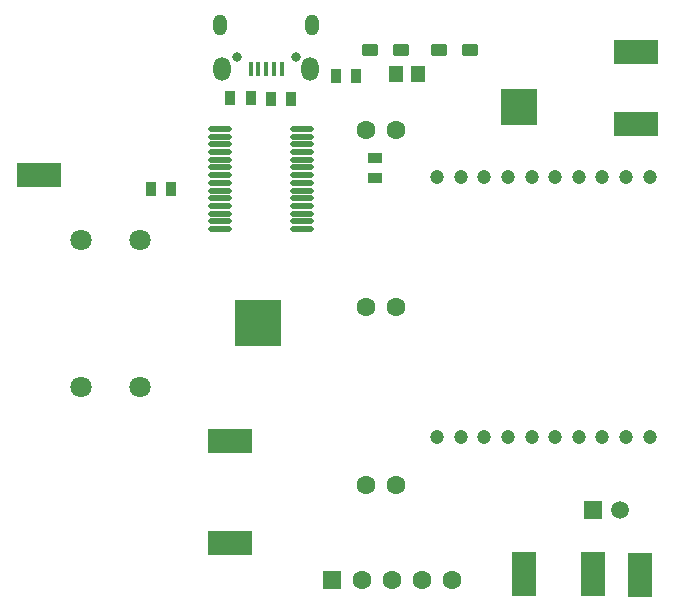
<source format=gbr>
%TF.GenerationSoftware,Altium Limited,Altium Designer,21.6.1 (37)*%
G04 Layer_Color=255*
%FSLAX43Y43*%
%MOMM*%
%TF.SameCoordinates,1F06128E-DADF-4999-8CD8-60C71D9D28CE*%
%TF.FilePolarity,Positive*%
%TF.FileFunction,Pads,Bot*%
%TF.Part,Single*%
G01*
G75*
%TA.AperFunction,SMDPad,CuDef*%
%ADD11R,3.100X3.100*%
%ADD13R,1.200X1.400*%
%ADD15R,0.850X1.300*%
%ADD19R,3.930X3.930*%
%ADD20R,1.300X0.850*%
%TA.AperFunction,ComponentPad*%
%ADD24C,1.200*%
%ADD25C,1.600*%
%ADD26R,1.600X1.600*%
%ADD27R,1.500X1.500*%
%ADD28C,1.500*%
%ADD29C,0.800*%
%ADD30O,1.150X1.800*%
%ADD31O,1.450X2.000*%
%ADD32C,1.800*%
%TA.AperFunction,SMDPad,CuDef*%
%ADD36R,2.030X3.800*%
%ADD37R,3.800X2.030*%
G04:AMPARAMS|DCode=38|XSize=1.4mm|YSize=1mm|CornerRadius=0.2mm|HoleSize=0mm|Usage=FLASHONLY|Rotation=0.000|XOffset=0mm|YOffset=0mm|HoleType=Round|Shape=RoundedRectangle|*
%AMROUNDEDRECTD38*
21,1,1.400,0.600,0,0,0.0*
21,1,1.000,1.000,0,0,0.0*
1,1,0.400,0.500,-0.300*
1,1,0.400,-0.500,-0.300*
1,1,0.400,-0.500,0.300*
1,1,0.400,0.500,0.300*
%
%ADD38ROUNDEDRECTD38*%
%ADD39R,0.450X1.300*%
%ADD40O,2.000X0.450*%
D11*
X48100Y42700D02*
D03*
D13*
X37696Y45475D02*
D03*
X39496D02*
D03*
D15*
X27050Y43400D02*
D03*
X28750D02*
D03*
X25350Y43500D02*
D03*
X23650D02*
D03*
X32551Y45339D02*
D03*
X34251D02*
D03*
X16907Y35814D02*
D03*
X18607D02*
D03*
D19*
X25952Y24402D02*
D03*
D20*
X35900Y36677D02*
D03*
Y38377D02*
D03*
D24*
X41150Y14755D02*
D03*
X43150D02*
D03*
X45150D02*
D03*
X47150D02*
D03*
X49150D02*
D03*
X51150D02*
D03*
X53150D02*
D03*
X55150D02*
D03*
X57150D02*
D03*
X59150D02*
D03*
X41150Y36755D02*
D03*
X43150D02*
D03*
X45150D02*
D03*
X47150D02*
D03*
X49150D02*
D03*
X51150D02*
D03*
X53150D02*
D03*
X55150D02*
D03*
X57150D02*
D03*
X59150D02*
D03*
D25*
X42418Y2667D02*
D03*
X39878D02*
D03*
X37338D02*
D03*
X34798D02*
D03*
X35140Y40746D02*
D03*
X37680D02*
D03*
X35140Y25746D02*
D03*
X37680D02*
D03*
X35140Y10746D02*
D03*
X37680D02*
D03*
D26*
X32258Y2667D02*
D03*
D27*
X54359Y8636D02*
D03*
D28*
X56639D02*
D03*
D29*
X29175Y46950D02*
D03*
X24175D02*
D03*
D30*
X30550Y49700D02*
D03*
X22800D02*
D03*
D31*
X30400Y45900D02*
D03*
X22950D02*
D03*
D32*
X11010Y18996D02*
D03*
Y31496D02*
D03*
X16010Y18996D02*
D03*
Y31496D02*
D03*
D36*
X58300Y3100D02*
D03*
X48500Y3200D02*
D03*
X54359D02*
D03*
D37*
X58000Y41300D02*
D03*
Y47350D02*
D03*
X7400Y37000D02*
D03*
X23622Y5842D02*
D03*
Y14478D02*
D03*
D38*
X43905Y47575D02*
D03*
X41305D02*
D03*
X38105Y47575D02*
D03*
X35505D02*
D03*
D39*
X27325Y45900D02*
D03*
X26675D02*
D03*
X26025D02*
D03*
X27975D02*
D03*
X25375D02*
D03*
D40*
X22800Y32400D02*
D03*
Y33050D02*
D03*
Y33700D02*
D03*
Y34350D02*
D03*
Y35000D02*
D03*
Y35650D02*
D03*
Y36300D02*
D03*
Y36950D02*
D03*
Y37600D02*
D03*
Y38250D02*
D03*
Y38900D02*
D03*
Y39550D02*
D03*
Y40200D02*
D03*
Y40850D02*
D03*
X29700Y32400D02*
D03*
Y33050D02*
D03*
Y33700D02*
D03*
Y34350D02*
D03*
Y35000D02*
D03*
Y35650D02*
D03*
Y36300D02*
D03*
Y36950D02*
D03*
Y37600D02*
D03*
Y38250D02*
D03*
Y38900D02*
D03*
Y39550D02*
D03*
Y40200D02*
D03*
Y40850D02*
D03*
%TF.MD5,e3883850cee3675a96eec64640890067*%
M02*

</source>
